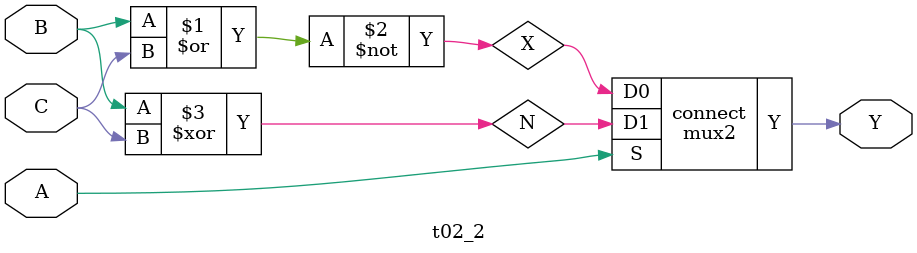
<source format=v>

module mux2(output wire Y, input wire D0, D1, S);
    // Declaro los cables
    assign Y = S ? D1 : D0;
endmodule

// Armando el mux 4:1
module mux4(output wire Y, input wire D0, D1, D2, D3, S0, S1);
    // Cables entre muxes
    wire int1, int2;
    // Insteancio el mux2, implementar modulos
    mux2 connect0(int1, D0, D1, S0);
    mux2 connect1(int2, D2, D3, S0);
    mux2 connect2(Y, int1, int2, S1);

endmodule

// Armando el mux 8:1
module mux8(output wire Y, input wire D0, D1, D2, D3, D4, D5, D6, D7, S0, S1, S2);
    // Cables entre muxes
    wire int1, int2, int3, int4;
    // Insancio el mux2 y el mux4 he implemento modulos
    mux2 connect0(int1, D0, D1, S0);
    mux2 connect1(int2, D2, D3, S0);
    mux2 connect2(int3, D4, D5, S0);
    mux2 connect3(int4, D6, D7, S0);
    mux4 connect4(Y, int1, int2, int3, int4, S1, S2);
endmodule

// Conectar cables a los muxes

// Tabla_01
// Tabla 1, mux 8:1
module t01_8(output wire Y, input wire A, B, C);
    // Declara mis cables
    wire volt, gnd;
    // Asignarle el valor al voltaje de 1 y a tierra de 0
    assign volt = 1;
    assign gnd = 0;
    // Conexiones de mux8
    mux8 connect(Y, gnd, volt, volt, gnd, volt, gnd, gnd, volt, A, B, C);
endmodule

// Tabla 1, mux 4:1
module t01_4(output wire Y, input wire A, B, C);
    //Declaro mis cables
    wire N1;
    // Asignar compuertas
    assign N1 = ~C;
    // Conexion al mux
    mux4 connect(Y, C, N1, N1, C, A, B);
endmodule

// Tabla 1, mux 2:1
module t01_2(output wire Y, input wire A, B, C);
    // Declaraciones de cables
    wire X, N;
    // Assignar compuertas
    assign X = B ^ C;
    assign N = B ~^ C;
    // Conexiones al mux
    mux2 connect(Y, X, N, A);
endmodule


// Tabla_02
/*
 Ojo que para que funcione la tabla_02 es necesario
 que los input se conecten alreves , sino no funciona bien
 entiendase que norma es (A, B, C) y alreves es (C, B, A)
*/

// Tabla 2, mux 8:1
module t02_8(output wire Y, input wire A, B, C);
    // Declara mis cables
    wire volt, gnd;
    // Asignarle el valor al voltaje de 1 y a tierra de 0
    assign volt = 1;
    assign gnd = 0;
    // Conexiones de mux8
    mux8 connect(Y, volt, gnd, gnd, gnd, gnd, volt, volt, gnd, C, B, A);
endmodule

// Tabla 2, mux 4:1
module t02_4(output wire Y, input wire A, B, C);
    //Declaro mis cables
    wire N1, V;
    // Asignar compuertas
    assign G = 0;
    assign V = 1;
    assign N1 = ~C;
    // Conexion al mux
    mux4 connect(Y, N1, G, C, N1, B, A);
endmodule

// Tabla 2, mux 2:1
module t02_2(output wire Y, input wire A, B, C);
    // Declaraciones de cables
    wire X, N;
    // Assignar compuertas
    assign X = (B) ~| (C);
    assign N = (B) ^ (C);
    // Conexiones al mux
    mux2 connect(Y, X, N, A);
endmodule
</source>
